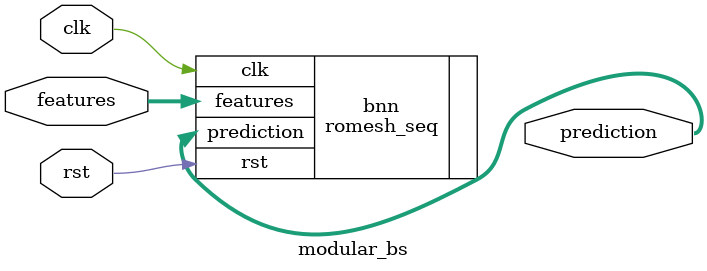
<source format=v>
`ifndef DUTNAME
`define DUTNAME modular_bs
parameter FEAT_CNT = 4;
parameter FEAT_BITS = 4;
parameter HIDDEN_CNT = 4;
parameter CLASS_CNT = 4;
`define WEIGHTS0 0
`define WEIGHTS1 0
`else
    `include `BSTRINGS
`endif
module `DUTNAME #(
`ifdef PARAMS
`include `PARAMS
`endif
  ) (
  input clk,
  input rst,
  input [FEAT_CNT*FEAT_BITS-1:0] features,
  output [$clog2(CLASS_CNT)-1:0] prediction
  );

  localparam Weights0 = `WEIGHTS0 ;
  localparam Weights1 = `WEIGHTS1 ;

  romesh_seq #(.FEAT_CNT(FEAT_CNT),.FEAT_BITS(FEAT_BITS),.HIDDEN_CNT(HIDDEN_CNT),.CLASS_CNT(CLASS_CNT),.Weights0(Weights0),.Weights1(Weights1)) bnn (
    .clk(clk),
    .rst(rst),
    .features(features),
    .prediction(prediction)
  );

endmodule

</source>
